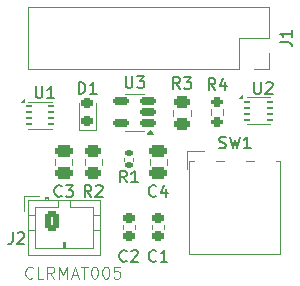
<source format=gbr>
%TF.GenerationSoftware,KiCad,Pcbnew,8.0.1*%
%TF.CreationDate,2024-03-24T19:04:35+02:00*%
%TF.ProjectId,PowerKiCad-CLRMAT005,506f7765-724b-4694-9361-642d434c524d,rev?*%
%TF.SameCoordinates,Original*%
%TF.FileFunction,Legend,Top*%
%TF.FilePolarity,Positive*%
%FSLAX46Y46*%
G04 Gerber Fmt 4.6, Leading zero omitted, Abs format (unit mm)*
G04 Created by KiCad (PCBNEW 8.0.1) date 2024-03-24 19:04:35*
%MOMM*%
%LPD*%
G01*
G04 APERTURE LIST*
G04 Aperture macros list*
%AMRoundRect*
0 Rectangle with rounded corners*
0 $1 Rounding radius*
0 $2 $3 $4 $5 $6 $7 $8 $9 X,Y pos of 4 corners*
0 Add a 4 corners polygon primitive as box body*
4,1,4,$2,$3,$4,$5,$6,$7,$8,$9,$2,$3,0*
0 Add four circle primitives for the rounded corners*
1,1,$1+$1,$2,$3*
1,1,$1+$1,$4,$5*
1,1,$1+$1,$6,$7*
1,1,$1+$1,$8,$9*
0 Add four rect primitives between the rounded corners*
20,1,$1+$1,$2,$3,$4,$5,0*
20,1,$1+$1,$4,$5,$6,$7,0*
20,1,$1+$1,$6,$7,$8,$9,0*
20,1,$1+$1,$8,$9,$2,$3,0*%
G04 Aperture macros list end*
%ADD10C,0.100000*%
%ADD11C,0.150000*%
%ADD12C,0.120000*%
%ADD13RoundRect,0.062500X-0.187500X-0.062500X0.187500X-0.062500X0.187500X0.062500X-0.187500X0.062500X0*%
%ADD14R,0.900000X1.600000*%
%ADD15C,1.200000*%
%ADD16R,1.200000X1.200000*%
%ADD17RoundRect,0.225000X-0.250000X0.225000X-0.250000X-0.225000X0.250000X-0.225000X0.250000X0.225000X0*%
%ADD18RoundRect,0.250000X-0.475000X0.250000X-0.475000X-0.250000X0.475000X-0.250000X0.475000X0.250000X0*%
%ADD19RoundRect,0.218750X0.256250X-0.218750X0.256250X0.218750X-0.256250X0.218750X-0.256250X-0.218750X0*%
%ADD20RoundRect,0.150000X0.512500X0.150000X-0.512500X0.150000X-0.512500X-0.150000X0.512500X-0.150000X0*%
%ADD21RoundRect,0.250000X0.450000X-0.262500X0.450000X0.262500X-0.450000X0.262500X-0.450000X-0.262500X0*%
%ADD22R,1.700000X1.700000*%
%ADD23O,1.700000X1.700000*%
%ADD24RoundRect,0.250000X-0.450000X0.262500X-0.450000X-0.262500X0.450000X-0.262500X0.450000X0.262500X0*%
%ADD25RoundRect,0.135000X-0.185000X0.135000X-0.185000X-0.135000X0.185000X-0.135000X0.185000X0.135000X0*%
%ADD26RoundRect,0.200000X-0.275000X0.200000X-0.275000X-0.200000X0.275000X-0.200000X0.275000X0.200000X0*%
%ADD27RoundRect,0.250000X-0.350000X-0.625000X0.350000X-0.625000X0.350000X0.625000X-0.350000X0.625000X0*%
%ADD28O,1.200000X1.750000*%
G04 APERTURE END LIST*
D10*
X135375312Y-107777180D02*
X135327693Y-107824800D01*
X135327693Y-107824800D02*
X135184836Y-107872419D01*
X135184836Y-107872419D02*
X135089598Y-107872419D01*
X135089598Y-107872419D02*
X134946741Y-107824800D01*
X134946741Y-107824800D02*
X134851503Y-107729561D01*
X134851503Y-107729561D02*
X134803884Y-107634323D01*
X134803884Y-107634323D02*
X134756265Y-107443847D01*
X134756265Y-107443847D02*
X134756265Y-107300990D01*
X134756265Y-107300990D02*
X134803884Y-107110514D01*
X134803884Y-107110514D02*
X134851503Y-107015276D01*
X134851503Y-107015276D02*
X134946741Y-106920038D01*
X134946741Y-106920038D02*
X135089598Y-106872419D01*
X135089598Y-106872419D02*
X135184836Y-106872419D01*
X135184836Y-106872419D02*
X135327693Y-106920038D01*
X135327693Y-106920038D02*
X135375312Y-106967657D01*
X136280074Y-107872419D02*
X135803884Y-107872419D01*
X135803884Y-107872419D02*
X135803884Y-106872419D01*
X137184836Y-107872419D02*
X136851503Y-107396228D01*
X136613408Y-107872419D02*
X136613408Y-106872419D01*
X136613408Y-106872419D02*
X136994360Y-106872419D01*
X136994360Y-106872419D02*
X137089598Y-106920038D01*
X137089598Y-106920038D02*
X137137217Y-106967657D01*
X137137217Y-106967657D02*
X137184836Y-107062895D01*
X137184836Y-107062895D02*
X137184836Y-107205752D01*
X137184836Y-107205752D02*
X137137217Y-107300990D01*
X137137217Y-107300990D02*
X137089598Y-107348609D01*
X137089598Y-107348609D02*
X136994360Y-107396228D01*
X136994360Y-107396228D02*
X136613408Y-107396228D01*
X137613408Y-107872419D02*
X137613408Y-106872419D01*
X137613408Y-106872419D02*
X137946741Y-107586704D01*
X137946741Y-107586704D02*
X138280074Y-106872419D01*
X138280074Y-106872419D02*
X138280074Y-107872419D01*
X138708646Y-107586704D02*
X139184836Y-107586704D01*
X138613408Y-107872419D02*
X138946741Y-106872419D01*
X138946741Y-106872419D02*
X139280074Y-107872419D01*
X139470551Y-106872419D02*
X140041979Y-106872419D01*
X139756265Y-107872419D02*
X139756265Y-106872419D01*
X140565789Y-106872419D02*
X140661027Y-106872419D01*
X140661027Y-106872419D02*
X140756265Y-106920038D01*
X140756265Y-106920038D02*
X140803884Y-106967657D01*
X140803884Y-106967657D02*
X140851503Y-107062895D01*
X140851503Y-107062895D02*
X140899122Y-107253371D01*
X140899122Y-107253371D02*
X140899122Y-107491466D01*
X140899122Y-107491466D02*
X140851503Y-107681942D01*
X140851503Y-107681942D02*
X140803884Y-107777180D01*
X140803884Y-107777180D02*
X140756265Y-107824800D01*
X140756265Y-107824800D02*
X140661027Y-107872419D01*
X140661027Y-107872419D02*
X140565789Y-107872419D01*
X140565789Y-107872419D02*
X140470551Y-107824800D01*
X140470551Y-107824800D02*
X140422932Y-107777180D01*
X140422932Y-107777180D02*
X140375313Y-107681942D01*
X140375313Y-107681942D02*
X140327694Y-107491466D01*
X140327694Y-107491466D02*
X140327694Y-107253371D01*
X140327694Y-107253371D02*
X140375313Y-107062895D01*
X140375313Y-107062895D02*
X140422932Y-106967657D01*
X140422932Y-106967657D02*
X140470551Y-106920038D01*
X140470551Y-106920038D02*
X140565789Y-106872419D01*
X141518170Y-106872419D02*
X141613408Y-106872419D01*
X141613408Y-106872419D02*
X141708646Y-106920038D01*
X141708646Y-106920038D02*
X141756265Y-106967657D01*
X141756265Y-106967657D02*
X141803884Y-107062895D01*
X141803884Y-107062895D02*
X141851503Y-107253371D01*
X141851503Y-107253371D02*
X141851503Y-107491466D01*
X141851503Y-107491466D02*
X141803884Y-107681942D01*
X141803884Y-107681942D02*
X141756265Y-107777180D01*
X141756265Y-107777180D02*
X141708646Y-107824800D01*
X141708646Y-107824800D02*
X141613408Y-107872419D01*
X141613408Y-107872419D02*
X141518170Y-107872419D01*
X141518170Y-107872419D02*
X141422932Y-107824800D01*
X141422932Y-107824800D02*
X141375313Y-107777180D01*
X141375313Y-107777180D02*
X141327694Y-107681942D01*
X141327694Y-107681942D02*
X141280075Y-107491466D01*
X141280075Y-107491466D02*
X141280075Y-107253371D01*
X141280075Y-107253371D02*
X141327694Y-107062895D01*
X141327694Y-107062895D02*
X141375313Y-106967657D01*
X141375313Y-106967657D02*
X141422932Y-106920038D01*
X141422932Y-106920038D02*
X141518170Y-106872419D01*
X142756265Y-106872419D02*
X142280075Y-106872419D01*
X142280075Y-106872419D02*
X142232456Y-107348609D01*
X142232456Y-107348609D02*
X142280075Y-107300990D01*
X142280075Y-107300990D02*
X142375313Y-107253371D01*
X142375313Y-107253371D02*
X142613408Y-107253371D01*
X142613408Y-107253371D02*
X142708646Y-107300990D01*
X142708646Y-107300990D02*
X142756265Y-107348609D01*
X142756265Y-107348609D02*
X142803884Y-107443847D01*
X142803884Y-107443847D02*
X142803884Y-107681942D01*
X142803884Y-107681942D02*
X142756265Y-107777180D01*
X142756265Y-107777180D02*
X142708646Y-107824800D01*
X142708646Y-107824800D02*
X142613408Y-107872419D01*
X142613408Y-107872419D02*
X142375313Y-107872419D01*
X142375313Y-107872419D02*
X142280075Y-107824800D01*
X142280075Y-107824800D02*
X142232456Y-107777180D01*
D11*
X154118095Y-91229819D02*
X154118095Y-92039342D01*
X154118095Y-92039342D02*
X154165714Y-92134580D01*
X154165714Y-92134580D02*
X154213333Y-92182200D01*
X154213333Y-92182200D02*
X154308571Y-92229819D01*
X154308571Y-92229819D02*
X154499047Y-92229819D01*
X154499047Y-92229819D02*
X154594285Y-92182200D01*
X154594285Y-92182200D02*
X154641904Y-92134580D01*
X154641904Y-92134580D02*
X154689523Y-92039342D01*
X154689523Y-92039342D02*
X154689523Y-91229819D01*
X155118095Y-91325057D02*
X155165714Y-91277438D01*
X155165714Y-91277438D02*
X155260952Y-91229819D01*
X155260952Y-91229819D02*
X155499047Y-91229819D01*
X155499047Y-91229819D02*
X155594285Y-91277438D01*
X155594285Y-91277438D02*
X155641904Y-91325057D01*
X155641904Y-91325057D02*
X155689523Y-91420295D01*
X155689523Y-91420295D02*
X155689523Y-91515533D01*
X155689523Y-91515533D02*
X155641904Y-91658390D01*
X155641904Y-91658390D02*
X155070476Y-92229819D01*
X155070476Y-92229819D02*
X155689523Y-92229819D01*
X151166667Y-96807200D02*
X151309524Y-96854819D01*
X151309524Y-96854819D02*
X151547619Y-96854819D01*
X151547619Y-96854819D02*
X151642857Y-96807200D01*
X151642857Y-96807200D02*
X151690476Y-96759580D01*
X151690476Y-96759580D02*
X151738095Y-96664342D01*
X151738095Y-96664342D02*
X151738095Y-96569104D01*
X151738095Y-96569104D02*
X151690476Y-96473866D01*
X151690476Y-96473866D02*
X151642857Y-96426247D01*
X151642857Y-96426247D02*
X151547619Y-96378628D01*
X151547619Y-96378628D02*
X151357143Y-96331009D01*
X151357143Y-96331009D02*
X151261905Y-96283390D01*
X151261905Y-96283390D02*
X151214286Y-96235771D01*
X151214286Y-96235771D02*
X151166667Y-96140533D01*
X151166667Y-96140533D02*
X151166667Y-96045295D01*
X151166667Y-96045295D02*
X151214286Y-95950057D01*
X151214286Y-95950057D02*
X151261905Y-95902438D01*
X151261905Y-95902438D02*
X151357143Y-95854819D01*
X151357143Y-95854819D02*
X151595238Y-95854819D01*
X151595238Y-95854819D02*
X151738095Y-95902438D01*
X152071429Y-95854819D02*
X152309524Y-96854819D01*
X152309524Y-96854819D02*
X152500000Y-96140533D01*
X152500000Y-96140533D02*
X152690476Y-96854819D01*
X152690476Y-96854819D02*
X152928572Y-95854819D01*
X153833333Y-96854819D02*
X153261905Y-96854819D01*
X153547619Y-96854819D02*
X153547619Y-95854819D01*
X153547619Y-95854819D02*
X153452381Y-95997676D01*
X153452381Y-95997676D02*
X153357143Y-96092914D01*
X153357143Y-96092914D02*
X153261905Y-96140533D01*
X145833333Y-106359580D02*
X145785714Y-106407200D01*
X145785714Y-106407200D02*
X145642857Y-106454819D01*
X145642857Y-106454819D02*
X145547619Y-106454819D01*
X145547619Y-106454819D02*
X145404762Y-106407200D01*
X145404762Y-106407200D02*
X145309524Y-106311961D01*
X145309524Y-106311961D02*
X145261905Y-106216723D01*
X145261905Y-106216723D02*
X145214286Y-106026247D01*
X145214286Y-106026247D02*
X145214286Y-105883390D01*
X145214286Y-105883390D02*
X145261905Y-105692914D01*
X145261905Y-105692914D02*
X145309524Y-105597676D01*
X145309524Y-105597676D02*
X145404762Y-105502438D01*
X145404762Y-105502438D02*
X145547619Y-105454819D01*
X145547619Y-105454819D02*
X145642857Y-105454819D01*
X145642857Y-105454819D02*
X145785714Y-105502438D01*
X145785714Y-105502438D02*
X145833333Y-105550057D01*
X146785714Y-106454819D02*
X146214286Y-106454819D01*
X146500000Y-106454819D02*
X146500000Y-105454819D01*
X146500000Y-105454819D02*
X146404762Y-105597676D01*
X146404762Y-105597676D02*
X146309524Y-105692914D01*
X146309524Y-105692914D02*
X146214286Y-105740533D01*
X137833333Y-100859580D02*
X137785714Y-100907200D01*
X137785714Y-100907200D02*
X137642857Y-100954819D01*
X137642857Y-100954819D02*
X137547619Y-100954819D01*
X137547619Y-100954819D02*
X137404762Y-100907200D01*
X137404762Y-100907200D02*
X137309524Y-100811961D01*
X137309524Y-100811961D02*
X137261905Y-100716723D01*
X137261905Y-100716723D02*
X137214286Y-100526247D01*
X137214286Y-100526247D02*
X137214286Y-100383390D01*
X137214286Y-100383390D02*
X137261905Y-100192914D01*
X137261905Y-100192914D02*
X137309524Y-100097676D01*
X137309524Y-100097676D02*
X137404762Y-100002438D01*
X137404762Y-100002438D02*
X137547619Y-99954819D01*
X137547619Y-99954819D02*
X137642857Y-99954819D01*
X137642857Y-99954819D02*
X137785714Y-100002438D01*
X137785714Y-100002438D02*
X137833333Y-100050057D01*
X138166667Y-99954819D02*
X138785714Y-99954819D01*
X138785714Y-99954819D02*
X138452381Y-100335771D01*
X138452381Y-100335771D02*
X138595238Y-100335771D01*
X138595238Y-100335771D02*
X138690476Y-100383390D01*
X138690476Y-100383390D02*
X138738095Y-100431009D01*
X138738095Y-100431009D02*
X138785714Y-100526247D01*
X138785714Y-100526247D02*
X138785714Y-100764342D01*
X138785714Y-100764342D02*
X138738095Y-100859580D01*
X138738095Y-100859580D02*
X138690476Y-100907200D01*
X138690476Y-100907200D02*
X138595238Y-100954819D01*
X138595238Y-100954819D02*
X138309524Y-100954819D01*
X138309524Y-100954819D02*
X138214286Y-100907200D01*
X138214286Y-100907200D02*
X138166667Y-100859580D01*
X139261905Y-92229819D02*
X139261905Y-91229819D01*
X139261905Y-91229819D02*
X139500000Y-91229819D01*
X139500000Y-91229819D02*
X139642857Y-91277438D01*
X139642857Y-91277438D02*
X139738095Y-91372676D01*
X139738095Y-91372676D02*
X139785714Y-91467914D01*
X139785714Y-91467914D02*
X139833333Y-91658390D01*
X139833333Y-91658390D02*
X139833333Y-91801247D01*
X139833333Y-91801247D02*
X139785714Y-91991723D01*
X139785714Y-91991723D02*
X139738095Y-92086961D01*
X139738095Y-92086961D02*
X139642857Y-92182200D01*
X139642857Y-92182200D02*
X139500000Y-92229819D01*
X139500000Y-92229819D02*
X139261905Y-92229819D01*
X140785714Y-92229819D02*
X140214286Y-92229819D01*
X140500000Y-92229819D02*
X140500000Y-91229819D01*
X140500000Y-91229819D02*
X140404762Y-91372676D01*
X140404762Y-91372676D02*
X140309524Y-91467914D01*
X140309524Y-91467914D02*
X140214286Y-91515533D01*
X143238095Y-90729819D02*
X143238095Y-91539342D01*
X143238095Y-91539342D02*
X143285714Y-91634580D01*
X143285714Y-91634580D02*
X143333333Y-91682200D01*
X143333333Y-91682200D02*
X143428571Y-91729819D01*
X143428571Y-91729819D02*
X143619047Y-91729819D01*
X143619047Y-91729819D02*
X143714285Y-91682200D01*
X143714285Y-91682200D02*
X143761904Y-91634580D01*
X143761904Y-91634580D02*
X143809523Y-91539342D01*
X143809523Y-91539342D02*
X143809523Y-90729819D01*
X144190476Y-90729819D02*
X144809523Y-90729819D01*
X144809523Y-90729819D02*
X144476190Y-91110771D01*
X144476190Y-91110771D02*
X144619047Y-91110771D01*
X144619047Y-91110771D02*
X144714285Y-91158390D01*
X144714285Y-91158390D02*
X144761904Y-91206009D01*
X144761904Y-91206009D02*
X144809523Y-91301247D01*
X144809523Y-91301247D02*
X144809523Y-91539342D01*
X144809523Y-91539342D02*
X144761904Y-91634580D01*
X144761904Y-91634580D02*
X144714285Y-91682200D01*
X144714285Y-91682200D02*
X144619047Y-91729819D01*
X144619047Y-91729819D02*
X144333333Y-91729819D01*
X144333333Y-91729819D02*
X144238095Y-91682200D01*
X144238095Y-91682200D02*
X144190476Y-91634580D01*
X140333333Y-100954819D02*
X140000000Y-100478628D01*
X139761905Y-100954819D02*
X139761905Y-99954819D01*
X139761905Y-99954819D02*
X140142857Y-99954819D01*
X140142857Y-99954819D02*
X140238095Y-100002438D01*
X140238095Y-100002438D02*
X140285714Y-100050057D01*
X140285714Y-100050057D02*
X140333333Y-100145295D01*
X140333333Y-100145295D02*
X140333333Y-100288152D01*
X140333333Y-100288152D02*
X140285714Y-100383390D01*
X140285714Y-100383390D02*
X140238095Y-100431009D01*
X140238095Y-100431009D02*
X140142857Y-100478628D01*
X140142857Y-100478628D02*
X139761905Y-100478628D01*
X140714286Y-100050057D02*
X140761905Y-100002438D01*
X140761905Y-100002438D02*
X140857143Y-99954819D01*
X140857143Y-99954819D02*
X141095238Y-99954819D01*
X141095238Y-99954819D02*
X141190476Y-100002438D01*
X141190476Y-100002438D02*
X141238095Y-100050057D01*
X141238095Y-100050057D02*
X141285714Y-100145295D01*
X141285714Y-100145295D02*
X141285714Y-100240533D01*
X141285714Y-100240533D02*
X141238095Y-100383390D01*
X141238095Y-100383390D02*
X140666667Y-100954819D01*
X140666667Y-100954819D02*
X141285714Y-100954819D01*
X145833333Y-100859580D02*
X145785714Y-100907200D01*
X145785714Y-100907200D02*
X145642857Y-100954819D01*
X145642857Y-100954819D02*
X145547619Y-100954819D01*
X145547619Y-100954819D02*
X145404762Y-100907200D01*
X145404762Y-100907200D02*
X145309524Y-100811961D01*
X145309524Y-100811961D02*
X145261905Y-100716723D01*
X145261905Y-100716723D02*
X145214286Y-100526247D01*
X145214286Y-100526247D02*
X145214286Y-100383390D01*
X145214286Y-100383390D02*
X145261905Y-100192914D01*
X145261905Y-100192914D02*
X145309524Y-100097676D01*
X145309524Y-100097676D02*
X145404762Y-100002438D01*
X145404762Y-100002438D02*
X145547619Y-99954819D01*
X145547619Y-99954819D02*
X145642857Y-99954819D01*
X145642857Y-99954819D02*
X145785714Y-100002438D01*
X145785714Y-100002438D02*
X145833333Y-100050057D01*
X146690476Y-100288152D02*
X146690476Y-100954819D01*
X146452381Y-99907200D02*
X146214286Y-100621485D01*
X146214286Y-100621485D02*
X146833333Y-100621485D01*
X156304819Y-87838333D02*
X157019104Y-87838333D01*
X157019104Y-87838333D02*
X157161961Y-87885952D01*
X157161961Y-87885952D02*
X157257200Y-87981190D01*
X157257200Y-87981190D02*
X157304819Y-88124047D01*
X157304819Y-88124047D02*
X157304819Y-88219285D01*
X157304819Y-86838333D02*
X157304819Y-87409761D01*
X157304819Y-87124047D02*
X156304819Y-87124047D01*
X156304819Y-87124047D02*
X156447676Y-87219285D01*
X156447676Y-87219285D02*
X156542914Y-87314523D01*
X156542914Y-87314523D02*
X156590533Y-87409761D01*
X147833333Y-91817319D02*
X147500000Y-91341128D01*
X147261905Y-91817319D02*
X147261905Y-90817319D01*
X147261905Y-90817319D02*
X147642857Y-90817319D01*
X147642857Y-90817319D02*
X147738095Y-90864938D01*
X147738095Y-90864938D02*
X147785714Y-90912557D01*
X147785714Y-90912557D02*
X147833333Y-91007795D01*
X147833333Y-91007795D02*
X147833333Y-91150652D01*
X147833333Y-91150652D02*
X147785714Y-91245890D01*
X147785714Y-91245890D02*
X147738095Y-91293509D01*
X147738095Y-91293509D02*
X147642857Y-91341128D01*
X147642857Y-91341128D02*
X147261905Y-91341128D01*
X148166667Y-90817319D02*
X148785714Y-90817319D01*
X148785714Y-90817319D02*
X148452381Y-91198271D01*
X148452381Y-91198271D02*
X148595238Y-91198271D01*
X148595238Y-91198271D02*
X148690476Y-91245890D01*
X148690476Y-91245890D02*
X148738095Y-91293509D01*
X148738095Y-91293509D02*
X148785714Y-91388747D01*
X148785714Y-91388747D02*
X148785714Y-91626842D01*
X148785714Y-91626842D02*
X148738095Y-91722080D01*
X148738095Y-91722080D02*
X148690476Y-91769700D01*
X148690476Y-91769700D02*
X148595238Y-91817319D01*
X148595238Y-91817319D02*
X148309524Y-91817319D01*
X148309524Y-91817319D02*
X148214286Y-91769700D01*
X148214286Y-91769700D02*
X148166667Y-91722080D01*
X143333333Y-99729819D02*
X143000000Y-99253628D01*
X142761905Y-99729819D02*
X142761905Y-98729819D01*
X142761905Y-98729819D02*
X143142857Y-98729819D01*
X143142857Y-98729819D02*
X143238095Y-98777438D01*
X143238095Y-98777438D02*
X143285714Y-98825057D01*
X143285714Y-98825057D02*
X143333333Y-98920295D01*
X143333333Y-98920295D02*
X143333333Y-99063152D01*
X143333333Y-99063152D02*
X143285714Y-99158390D01*
X143285714Y-99158390D02*
X143238095Y-99206009D01*
X143238095Y-99206009D02*
X143142857Y-99253628D01*
X143142857Y-99253628D02*
X142761905Y-99253628D01*
X144285714Y-99729819D02*
X143714286Y-99729819D01*
X144000000Y-99729819D02*
X144000000Y-98729819D01*
X144000000Y-98729819D02*
X143904762Y-98872676D01*
X143904762Y-98872676D02*
X143809524Y-98967914D01*
X143809524Y-98967914D02*
X143714286Y-99015533D01*
X135618095Y-91579819D02*
X135618095Y-92389342D01*
X135618095Y-92389342D02*
X135665714Y-92484580D01*
X135665714Y-92484580D02*
X135713333Y-92532200D01*
X135713333Y-92532200D02*
X135808571Y-92579819D01*
X135808571Y-92579819D02*
X135999047Y-92579819D01*
X135999047Y-92579819D02*
X136094285Y-92532200D01*
X136094285Y-92532200D02*
X136141904Y-92484580D01*
X136141904Y-92484580D02*
X136189523Y-92389342D01*
X136189523Y-92389342D02*
X136189523Y-91579819D01*
X137189523Y-92579819D02*
X136618095Y-92579819D01*
X136903809Y-92579819D02*
X136903809Y-91579819D01*
X136903809Y-91579819D02*
X136808571Y-91722676D01*
X136808571Y-91722676D02*
X136713333Y-91817914D01*
X136713333Y-91817914D02*
X136618095Y-91865533D01*
X150833333Y-91904819D02*
X150500000Y-91428628D01*
X150261905Y-91904819D02*
X150261905Y-90904819D01*
X150261905Y-90904819D02*
X150642857Y-90904819D01*
X150642857Y-90904819D02*
X150738095Y-90952438D01*
X150738095Y-90952438D02*
X150785714Y-91000057D01*
X150785714Y-91000057D02*
X150833333Y-91095295D01*
X150833333Y-91095295D02*
X150833333Y-91238152D01*
X150833333Y-91238152D02*
X150785714Y-91333390D01*
X150785714Y-91333390D02*
X150738095Y-91381009D01*
X150738095Y-91381009D02*
X150642857Y-91428628D01*
X150642857Y-91428628D02*
X150261905Y-91428628D01*
X151690476Y-91238152D02*
X151690476Y-91904819D01*
X151452381Y-90857200D02*
X151214286Y-91571485D01*
X151214286Y-91571485D02*
X151833333Y-91571485D01*
X143333333Y-106359580D02*
X143285714Y-106407200D01*
X143285714Y-106407200D02*
X143142857Y-106454819D01*
X143142857Y-106454819D02*
X143047619Y-106454819D01*
X143047619Y-106454819D02*
X142904762Y-106407200D01*
X142904762Y-106407200D02*
X142809524Y-106311961D01*
X142809524Y-106311961D02*
X142761905Y-106216723D01*
X142761905Y-106216723D02*
X142714286Y-106026247D01*
X142714286Y-106026247D02*
X142714286Y-105883390D01*
X142714286Y-105883390D02*
X142761905Y-105692914D01*
X142761905Y-105692914D02*
X142809524Y-105597676D01*
X142809524Y-105597676D02*
X142904762Y-105502438D01*
X142904762Y-105502438D02*
X143047619Y-105454819D01*
X143047619Y-105454819D02*
X143142857Y-105454819D01*
X143142857Y-105454819D02*
X143285714Y-105502438D01*
X143285714Y-105502438D02*
X143333333Y-105550057D01*
X143714286Y-105550057D02*
X143761905Y-105502438D01*
X143761905Y-105502438D02*
X143857143Y-105454819D01*
X143857143Y-105454819D02*
X144095238Y-105454819D01*
X144095238Y-105454819D02*
X144190476Y-105502438D01*
X144190476Y-105502438D02*
X144238095Y-105550057D01*
X144238095Y-105550057D02*
X144285714Y-105645295D01*
X144285714Y-105645295D02*
X144285714Y-105740533D01*
X144285714Y-105740533D02*
X144238095Y-105883390D01*
X144238095Y-105883390D02*
X143666667Y-106454819D01*
X143666667Y-106454819D02*
X144285714Y-106454819D01*
X133666666Y-103954819D02*
X133666666Y-104669104D01*
X133666666Y-104669104D02*
X133619047Y-104811961D01*
X133619047Y-104811961D02*
X133523809Y-104907200D01*
X133523809Y-104907200D02*
X133380952Y-104954819D01*
X133380952Y-104954819D02*
X133285714Y-104954819D01*
X134095238Y-104050057D02*
X134142857Y-104002438D01*
X134142857Y-104002438D02*
X134238095Y-103954819D01*
X134238095Y-103954819D02*
X134476190Y-103954819D01*
X134476190Y-103954819D02*
X134571428Y-104002438D01*
X134571428Y-104002438D02*
X134619047Y-104050057D01*
X134619047Y-104050057D02*
X134666666Y-104145295D01*
X134666666Y-104145295D02*
X134666666Y-104240533D01*
X134666666Y-104240533D02*
X134619047Y-104383390D01*
X134619047Y-104383390D02*
X134047619Y-104954819D01*
X134047619Y-104954819D02*
X134666666Y-104954819D01*
D12*
%TO.C,U2*%
X153490000Y-92535000D02*
X155490000Y-92535000D01*
X153500000Y-94815000D02*
X155500000Y-94815000D01*
X153130000Y-92605000D02*
X152850000Y-92605000D01*
X153130000Y-92325000D01*
X153130000Y-92605000D01*
G36*
X153130000Y-92605000D02*
G01*
X152850000Y-92605000D01*
X153130000Y-92325000D01*
X153130000Y-92605000D01*
G37*
%TO.C,SW1*%
X148410000Y-97100000D02*
X149910000Y-97100000D01*
X148410000Y-98600000D02*
X148410000Y-97100000D01*
X148650000Y-97900000D02*
X148650000Y-105780000D01*
X148650000Y-97900000D02*
X149046000Y-97900000D01*
X148650000Y-105780000D02*
X156350000Y-105780000D01*
X150874000Y-97900000D02*
X151587000Y-97900000D01*
X153414000Y-97900000D02*
X154127000Y-97900000D01*
X155954000Y-97900000D02*
X156350000Y-97900000D01*
X156350000Y-97900000D02*
X156350000Y-105780000D01*
%TO.C,C1*%
X145490000Y-103359420D02*
X145490000Y-103640580D01*
X146510000Y-103359420D02*
X146510000Y-103640580D01*
%TO.C,C3*%
X137265000Y-97738748D02*
X137265000Y-98261252D01*
X138735000Y-97738748D02*
X138735000Y-98261252D01*
%TO.C,D1*%
X139265000Y-92975000D02*
X139265000Y-95260000D01*
X139265000Y-95260000D02*
X140735000Y-95260000D01*
X140735000Y-95260000D02*
X140735000Y-92975000D01*
%TO.C,U3*%
X144000000Y-92215000D02*
X143200000Y-92215000D01*
X144000000Y-92215000D02*
X144800000Y-92215000D01*
X144000000Y-95335000D02*
X143200000Y-95335000D01*
X144000000Y-95335000D02*
X144800000Y-95335000D01*
X145540000Y-95615000D02*
X145060000Y-95615000D01*
X145300000Y-95285000D01*
X145540000Y-95615000D01*
G36*
X145540000Y-95615000D02*
G01*
X145060000Y-95615000D01*
X145300000Y-95285000D01*
X145540000Y-95615000D01*
G37*
%TO.C,R2*%
X139765000Y-98227064D02*
X139765000Y-97772936D01*
X141235000Y-98227064D02*
X141235000Y-97772936D01*
%TO.C,C4*%
X145265000Y-97738748D02*
X145265000Y-98261252D01*
X146735000Y-97738748D02*
X146735000Y-98261252D01*
%TO.C,J1*%
X134970000Y-84905000D02*
X134970000Y-90105000D01*
X152810000Y-87505000D02*
X152810000Y-90105000D01*
X152810000Y-90105000D02*
X134970000Y-90105000D01*
X155410000Y-84905000D02*
X134970000Y-84905000D01*
X155410000Y-84905000D02*
X155410000Y-87505000D01*
X155410000Y-87505000D02*
X152810000Y-87505000D01*
X155410000Y-88775000D02*
X155410000Y-90105000D01*
X155410000Y-90105000D02*
X154080000Y-90105000D01*
%TO.C,R3*%
X147265000Y-93635436D02*
X147265000Y-94089564D01*
X148735000Y-93635436D02*
X148735000Y-94089564D01*
%TO.C,R1*%
X143120000Y-97621359D02*
X143120000Y-97928641D01*
X143880000Y-97621359D02*
X143880000Y-97928641D01*
%TO.C,U1*%
X134990000Y-92885000D02*
X136990000Y-92885000D01*
X135000000Y-95165000D02*
X137000000Y-95165000D01*
X134630000Y-92955000D02*
X134350000Y-92955000D01*
X134630000Y-92675000D01*
X134630000Y-92955000D01*
G36*
X134630000Y-92955000D02*
G01*
X134350000Y-92955000D01*
X134630000Y-92675000D01*
X134630000Y-92955000D01*
G37*
%TO.C,R4*%
X150477500Y-93537742D02*
X150477500Y-94012258D01*
X151522500Y-93537742D02*
X151522500Y-94012258D01*
%TO.C,C2*%
X142990000Y-103359420D02*
X142990000Y-103640580D01*
X144010000Y-103359420D02*
X144010000Y-103640580D01*
%TO.C,J2*%
X134640000Y-100890000D02*
X134640000Y-102140000D01*
X134940000Y-101190000D02*
X134940000Y-105910000D01*
X134940000Y-102500000D02*
X135550000Y-102500000D01*
X134940000Y-103800000D02*
X135550000Y-103800000D01*
X134940000Y-105910000D02*
X141060000Y-105910000D01*
X135550000Y-101800000D02*
X135550000Y-105300000D01*
X135550000Y-105300000D02*
X140450000Y-105300000D01*
X135890000Y-100890000D02*
X134640000Y-100890000D01*
X136400000Y-100990000D02*
X136400000Y-101190000D01*
X136700000Y-100990000D02*
X136400000Y-100990000D01*
X136700000Y-101090000D02*
X136400000Y-101090000D01*
X136700000Y-101190000D02*
X136700000Y-100990000D01*
X137500000Y-101190000D02*
X137500000Y-101800000D01*
X137500000Y-101800000D02*
X135550000Y-101800000D01*
X137900000Y-104800000D02*
X138100000Y-104800000D01*
X137900000Y-105300000D02*
X137900000Y-104800000D01*
X138000000Y-105300000D02*
X138000000Y-104800000D01*
X138100000Y-104800000D02*
X138100000Y-105300000D01*
X138500000Y-101800000D02*
X138500000Y-101190000D01*
X140450000Y-101800000D02*
X138500000Y-101800000D01*
X140450000Y-105300000D02*
X140450000Y-101800000D01*
X141060000Y-101190000D02*
X134940000Y-101190000D01*
X141060000Y-102500000D02*
X140450000Y-102500000D01*
X141060000Y-103800000D02*
X140450000Y-103800000D01*
X141060000Y-105910000D02*
X141060000Y-101190000D01*
%TD*%
%LPC*%
D13*
%TO.C,U2*%
X153550000Y-92925000D03*
X153550000Y-93425000D03*
X153550000Y-93925000D03*
X153550000Y-94425000D03*
X155450000Y-94425000D03*
X155450000Y-93925000D03*
X155450000Y-93425000D03*
X155450000Y-92925000D03*
D14*
X154500000Y-93675000D03*
%TD*%
D15*
%TO.C,SW1*%
X149960000Y-103080000D03*
X155040000Y-103080000D03*
D16*
X149960000Y-98000000D03*
D15*
X152500000Y-98000000D03*
X155040000Y-98000000D03*
%TD*%
D17*
%TO.C,C1*%
X146000000Y-102725000D03*
X146000000Y-104275000D03*
%TD*%
D18*
%TO.C,C3*%
X138000000Y-97050000D03*
X138000000Y-98950000D03*
%TD*%
D19*
%TO.C,D1*%
X140000000Y-94562500D03*
X140000000Y-92987500D03*
%TD*%
D20*
%TO.C,U3*%
X145137500Y-94725000D03*
X145137500Y-93775000D03*
X145137500Y-92825000D03*
X142862500Y-92825000D03*
X142862500Y-94725000D03*
%TD*%
D21*
%TO.C,R2*%
X140500000Y-98912500D03*
X140500000Y-97087500D03*
%TD*%
D18*
%TO.C,C4*%
X146000000Y-97050000D03*
X146000000Y-98950000D03*
%TD*%
D22*
%TO.C,J1*%
X154080000Y-88775000D03*
D23*
X154080000Y-86235000D03*
X151540000Y-88775000D03*
X151540000Y-86235000D03*
X149000000Y-88775000D03*
X149000000Y-86235000D03*
X146460000Y-88775000D03*
X146460000Y-86235000D03*
X143920000Y-88775000D03*
X143920000Y-86235000D03*
X141380000Y-88775000D03*
X141380000Y-86235000D03*
X138840000Y-88775000D03*
X138840000Y-86235000D03*
X136300000Y-88775000D03*
X136300000Y-86235000D03*
%TD*%
D24*
%TO.C,R3*%
X148000000Y-92950000D03*
X148000000Y-94775000D03*
%TD*%
D25*
%TO.C,R1*%
X143500000Y-97265000D03*
X143500000Y-98285000D03*
%TD*%
D13*
%TO.C,U1*%
X135050000Y-93275000D03*
X135050000Y-93775000D03*
X135050000Y-94275000D03*
X135050000Y-94775000D03*
X136950000Y-94775000D03*
X136950000Y-94275000D03*
X136950000Y-93775000D03*
X136950000Y-93275000D03*
D14*
X136000000Y-94025000D03*
%TD*%
D26*
%TO.C,R4*%
X151000000Y-92950000D03*
X151000000Y-94600000D03*
%TD*%
D17*
%TO.C,C2*%
X143500000Y-102725000D03*
X143500000Y-104275000D03*
%TD*%
D27*
%TO.C,J2*%
X137000000Y-103000000D03*
D28*
X139000000Y-103000000D03*
%TD*%
%LPD*%
M02*

</source>
